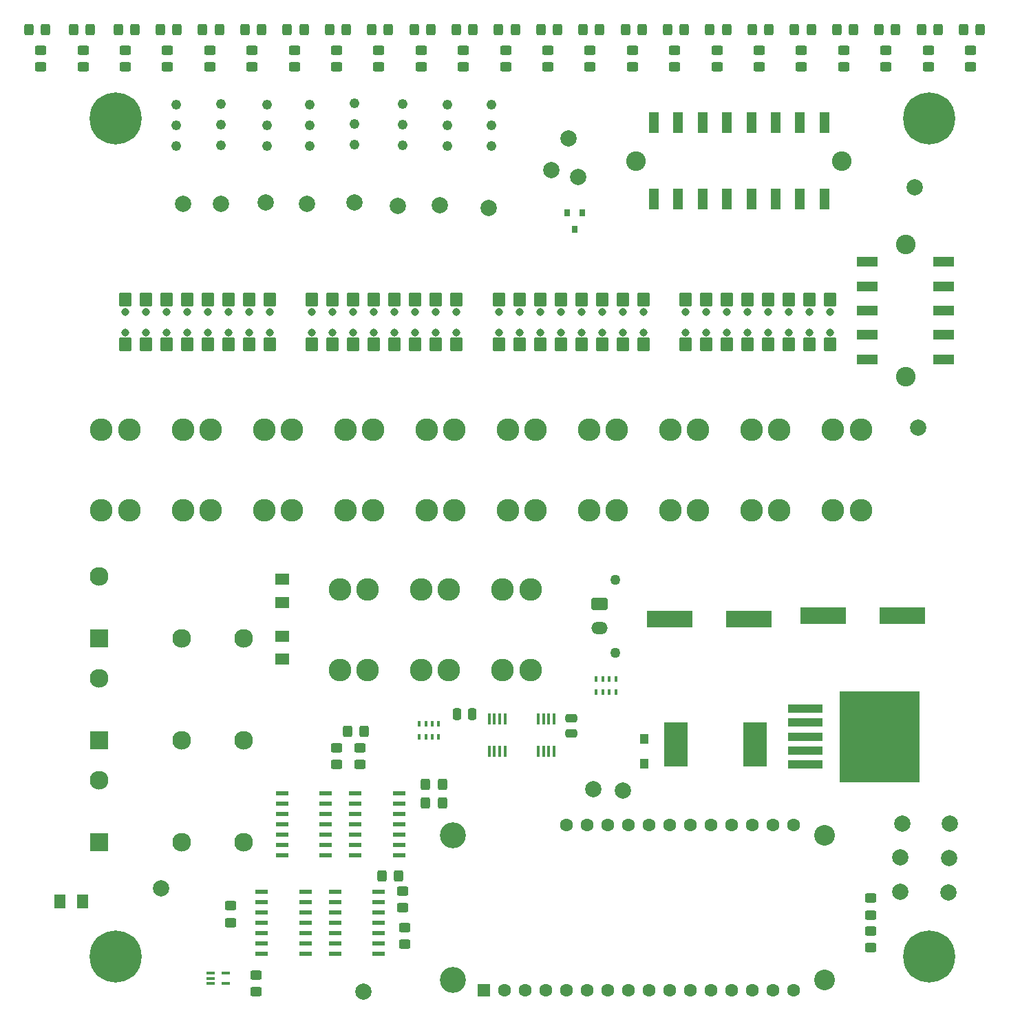
<source format=gts>
%TF.GenerationSoftware,KiCad,Pcbnew,8.0.2*%
%TF.CreationDate,2024-05-16T19:26:28+09:30*%
%TF.ProjectId,power_and_monotoring,706f7765-725f-4616-9e64-5f6d6f6e6f74,rev?*%
%TF.SameCoordinates,Original*%
%TF.FileFunction,Soldermask,Top*%
%TF.FilePolarity,Negative*%
%FSLAX46Y46*%
G04 Gerber Fmt 4.6, Leading zero omitted, Abs format (unit mm)*
G04 Created by KiCad (PCBNEW 8.0.2) date 2024-05-16 19:26:28*
%MOMM*%
%LPD*%
G01*
G04 APERTURE LIST*
G04 Aperture macros list*
%AMRoundRect*
0 Rectangle with rounded corners*
0 $1 Rounding radius*
0 $2 $3 $4 $5 $6 $7 $8 $9 X,Y pos of 4 corners*
0 Add a 4 corners polygon primitive as box body*
4,1,4,$2,$3,$4,$5,$6,$7,$8,$9,$2,$3,0*
0 Add four circle primitives for the rounded corners*
1,1,$1+$1,$2,$3*
1,1,$1+$1,$4,$5*
1,1,$1+$1,$6,$7*
1,1,$1+$1,$8,$9*
0 Add four rect primitives between the rounded corners*
20,1,$1+$1,$2,$3,$4,$5,0*
20,1,$1+$1,$4,$5,$6,$7,0*
20,1,$1+$1,$6,$7,$8,$9,0*
20,1,$1+$1,$8,$9,$2,$3,0*%
G04 Aperture macros list end*
%ADD10RoundRect,0.250000X0.450000X-0.325000X0.450000X0.325000X-0.450000X0.325000X-0.450000X-0.325000X0*%
%ADD11C,2.780000*%
%ADD12C,2.410000*%
%ADD13R,1.270000X2.540000*%
%ADD14R,0.450000X0.800000*%
%ADD15RoundRect,0.250000X-0.325000X-0.450000X0.325000X-0.450000X0.325000X0.450000X-0.325000X0.450000X0*%
%ADD16R,0.800000X0.900000*%
%ADD17RoundRect,0.249550X-0.450450X0.325450X-0.450450X-0.325450X0.450450X-0.325450X0.450450X0.325450X0*%
%ADD18RoundRect,0.250000X-0.450000X0.325000X-0.450000X-0.325000X0.450000X-0.325000X0.450000X0.325000X0*%
%ADD19R,1.340000X1.800000*%
%ADD20C,2.000000*%
%ADD21C,0.970000*%
%ADD22RoundRect,0.102000X-0.635000X-0.780000X0.635000X-0.780000X0.635000X0.780000X-0.635000X0.780000X0*%
%ADD23R,2.900000X5.400000*%
%ADD24C,1.240000*%
%ADD25R,1.550000X0.600000*%
%ADD26C,3.200000*%
%ADD27C,2.540000*%
%ADD28R,1.600000X1.600000*%
%ADD29C,1.600000*%
%ADD30C,0.800000*%
%ADD31C,6.400000*%
%ADD32R,2.300000X2.300000*%
%ADD33C,2.300000*%
%ADD34R,5.700000X2.000000*%
%ADD35R,4.320000X1.020000*%
%ADD36R,9.910000X11.180000*%
%ADD37R,2.540000X1.270000*%
%ADD38R,1.800000X1.340000*%
%ADD39R,1.120000X1.240000*%
%ADD40RoundRect,0.250000X-0.475000X0.250000X-0.475000X-0.250000X0.475000X-0.250000X0.475000X0.250000X0*%
%ADD41RoundRect,0.250000X0.325000X0.450000X-0.325000X0.450000X-0.325000X-0.450000X0.325000X-0.450000X0*%
%ADD42C,1.270000*%
%ADD43RoundRect,0.250001X-0.759999X0.499999X-0.759999X-0.499999X0.759999X-0.499999X0.759999X0.499999X0*%
%ADD44O,2.020000X1.500000*%
%ADD45RoundRect,0.250000X0.250000X0.475000X-0.250000X0.475000X-0.250000X-0.475000X0.250000X-0.475000X0*%
%ADD46R,1.050000X0.400000*%
%ADD47R,0.450000X1.350000*%
%ADD48RoundRect,0.249550X0.450450X-0.325450X0.450450X0.325450X-0.450450X0.325450X-0.450450X-0.325450X0*%
G04 APERTURE END LIST*
D10*
%TO.C,R15*%
X60657600Y-138817000D03*
X60657600Y-136767000D03*
%TD*%
D11*
%TO.C,F13*%
X102530800Y-193291200D03*
X105930800Y-193291200D03*
X102530800Y-183371200D03*
X105930800Y-183371200D03*
%TD*%
D12*
%TO.C,J7*%
X118312400Y-150368000D03*
X143612400Y-150368000D03*
D13*
X141462400Y-155068000D03*
X138462400Y-155068000D03*
X135462400Y-155068000D03*
X132462400Y-155068000D03*
X129462400Y-155068000D03*
X126462400Y-155068000D03*
X123462400Y-155068000D03*
X120462400Y-155068000D03*
X141462400Y-145668000D03*
X138462400Y-145668000D03*
X135462400Y-145668000D03*
X132462400Y-145668000D03*
X129462400Y-145668000D03*
X126462400Y-145668000D03*
X123462400Y-145668000D03*
X120462400Y-145668000D03*
%TD*%
D10*
%TO.C,R18*%
X76257600Y-138817000D03*
X76257600Y-136767000D03*
%TD*%
D14*
%TO.C,RN1*%
X94018000Y-219532400D03*
X93218000Y-219532400D03*
X92418000Y-219532400D03*
X91618000Y-219532400D03*
X91618000Y-221132400D03*
X92418000Y-221132400D03*
X93218000Y-221132400D03*
X94018000Y-221132400D03*
%TD*%
D15*
%TO.C,D22*%
X153377400Y-134248400D03*
X155427400Y-134248400D03*
%TD*%
D16*
%TO.C,Q1*%
X111709200Y-156768800D03*
X109809200Y-156768800D03*
X110759200Y-158768800D03*
%TD*%
D17*
%TO.C,C2*%
X71526400Y-250435000D03*
D18*
X71526400Y-252485000D03*
%TD*%
D19*
%TO.C,D26*%
X47381200Y-241401600D03*
X50241200Y-241401600D03*
%TD*%
D20*
%TO.C,POW_PRESSED1*%
X62585600Y-155651200D03*
%TD*%
D10*
%TO.C,R33*%
X138639200Y-138817000D03*
X138639200Y-136767000D03*
%TD*%
D21*
%TO.C,J5*%
X124415208Y-168887981D03*
X124415208Y-171427981D03*
X126955208Y-168887981D03*
X126955208Y-171427981D03*
X129495208Y-168887981D03*
X129495208Y-171427981D03*
X132035208Y-168887981D03*
X132035208Y-171427981D03*
X134575208Y-168887981D03*
X134575208Y-171427981D03*
X137115208Y-168887981D03*
X137115208Y-171427981D03*
X139655208Y-168887981D03*
X139655208Y-171427981D03*
X142195208Y-168887981D03*
X142195208Y-171427981D03*
D22*
X124415208Y-172937981D03*
X124415208Y-167377981D03*
X126955208Y-172937981D03*
X126955208Y-167377981D03*
X129495208Y-172937981D03*
X129495208Y-167377981D03*
X132035208Y-172937981D03*
X132035208Y-167377981D03*
X134575208Y-172937981D03*
X134575208Y-167377981D03*
X137115208Y-172937981D03*
X137115208Y-167377981D03*
X139655208Y-172937981D03*
X139655208Y-167377981D03*
X142195208Y-172937981D03*
X142195208Y-167377981D03*
%TD*%
D21*
%TO.C,J4*%
X101415208Y-168887981D03*
X101415208Y-171427981D03*
X103955208Y-168887981D03*
X103955208Y-171427981D03*
X106495208Y-168887981D03*
X106495208Y-171427981D03*
X109035208Y-168887981D03*
X109035208Y-171427981D03*
X111575208Y-168887981D03*
X111575208Y-171427981D03*
X114115208Y-168887981D03*
X114115208Y-171427981D03*
X116655208Y-168887981D03*
X116655208Y-171427981D03*
X119195208Y-168887981D03*
X119195208Y-171427981D03*
D22*
X101415208Y-172937981D03*
X101415208Y-167377981D03*
X103955208Y-172937981D03*
X103955208Y-167377981D03*
X106495208Y-172937981D03*
X106495208Y-167377981D03*
X109035208Y-172937981D03*
X109035208Y-167377981D03*
X111575208Y-172937981D03*
X111575208Y-167377981D03*
X114115208Y-172937981D03*
X114115208Y-167377981D03*
X116655208Y-172937981D03*
X116655208Y-167377981D03*
X119195208Y-172937981D03*
X119195208Y-167377981D03*
%TD*%
D15*
%TO.C,D14*%
X111777400Y-134248400D03*
X113827400Y-134248400D03*
%TD*%
D10*
%TO.C,R17*%
X71057600Y-138817000D03*
X71057600Y-136767000D03*
%TD*%
D23*
%TO.C,L1*%
X132892800Y-222097600D03*
X123192800Y-222097600D03*
%TD*%
D10*
%TO.C,R32*%
X133439200Y-138817000D03*
X133439200Y-136767000D03*
%TD*%
D15*
%TO.C,D5*%
X64977400Y-134248400D03*
X67027400Y-134248400D03*
%TD*%
%TO.C,R29*%
X87011400Y-238302800D03*
X89061400Y-238302800D03*
%TD*%
D11*
%TO.C,F16*%
X52530800Y-193291200D03*
X55930800Y-193291200D03*
X52530800Y-183371200D03*
X55930800Y-183371200D03*
%TD*%
D20*
%TO.C,BREAK_LOW1*%
X88950800Y-155905200D03*
%TD*%
D11*
%TO.C,F15*%
X101887600Y-212986000D03*
X105287600Y-212986000D03*
X101887600Y-203066000D03*
X105287600Y-203066000D03*
%TD*%
D24*
%TO.C,RL5*%
X83667600Y-148357690D03*
X83667600Y-145817690D03*
X83667600Y-143277690D03*
%TD*%
D20*
%TO.C,TEMP_3*%
X150774400Y-240233200D03*
%TD*%
D15*
%TO.C,D7*%
X75377400Y-134248400D03*
X77427400Y-134248400D03*
%TD*%
D10*
%TO.C,R25*%
X107439200Y-138817000D03*
X107439200Y-136767000D03*
%TD*%
%TO.C,R27*%
X117839200Y-138817000D03*
X117839200Y-136767000D03*
%TD*%
D15*
%TO.C,D1*%
X43577400Y-134248400D03*
X45627400Y-134248400D03*
%TD*%
D10*
%TO.C,R7*%
X68427600Y-244001400D03*
X68427600Y-241951400D03*
%TD*%
%TO.C,R28*%
X123039200Y-138817000D03*
X123039200Y-136767000D03*
%TD*%
D25*
%TO.C,U4*%
X83719200Y-228142800D03*
X83719200Y-229412800D03*
X83719200Y-230682800D03*
X83719200Y-231952800D03*
X83719200Y-233222800D03*
X83719200Y-234492800D03*
X83719200Y-235762800D03*
X89119200Y-235762800D03*
X89119200Y-234492800D03*
X89119200Y-233222800D03*
X89119200Y-231952800D03*
X89119200Y-230682800D03*
X89119200Y-229412800D03*
X89119200Y-228142800D03*
%TD*%
D11*
%TO.C,F10*%
X81887600Y-212986000D03*
X85287600Y-212986000D03*
X81887600Y-203066000D03*
X85287600Y-203066000D03*
%TD*%
D21*
%TO.C,J3*%
X78415208Y-168887981D03*
X78415208Y-171427981D03*
X80955208Y-168887981D03*
X80955208Y-171427981D03*
X83495208Y-168887981D03*
X83495208Y-171427981D03*
X86035208Y-168887981D03*
X86035208Y-171427981D03*
X88575208Y-168887981D03*
X88575208Y-171427981D03*
X91115208Y-168887981D03*
X91115208Y-171427981D03*
X93655208Y-168887981D03*
X93655208Y-171427981D03*
X96195208Y-168887981D03*
X96195208Y-171427981D03*
D22*
X78415208Y-172937981D03*
X78415208Y-167377981D03*
X80955208Y-172937981D03*
X80955208Y-167377981D03*
X83495208Y-172937981D03*
X83495208Y-167377981D03*
X86035208Y-172937981D03*
X86035208Y-167377981D03*
X88575208Y-172937981D03*
X88575208Y-167377981D03*
X91115208Y-172937981D03*
X91115208Y-167377981D03*
X93655208Y-172937981D03*
X93655208Y-167377981D03*
X96195208Y-172937981D03*
X96195208Y-167377981D03*
%TD*%
D15*
%TO.C,D19*%
X137777400Y-134248400D03*
X139827400Y-134248400D03*
%TD*%
%TO.C,D9*%
X85777400Y-134248400D03*
X87827400Y-134248400D03*
%TD*%
D26*
%TO.C,A1*%
X95758000Y-251053600D03*
D27*
X141478000Y-251053600D03*
D26*
X95758000Y-233273600D03*
D27*
X141478000Y-233273600D03*
D28*
X99568000Y-252323600D03*
D29*
X102108000Y-252323600D03*
X104648000Y-252323600D03*
X107188000Y-252323600D03*
X109728000Y-252323600D03*
X112268000Y-252323600D03*
X114808000Y-252323600D03*
X117348000Y-252323600D03*
X119888000Y-252323600D03*
X122428000Y-252323600D03*
X124968000Y-252323600D03*
X127508000Y-252323600D03*
X130048000Y-252323600D03*
X132588000Y-252323600D03*
X135128000Y-252323600D03*
X137668000Y-252323600D03*
X137668000Y-232003600D03*
X135128000Y-232003600D03*
X132588000Y-232003600D03*
X130048000Y-232003600D03*
X127508000Y-232003600D03*
X124968000Y-232003600D03*
X122428000Y-232003600D03*
X119888000Y-232003600D03*
X117348000Y-232003600D03*
X114808000Y-232003600D03*
X112268000Y-232003600D03*
X109728000Y-232003600D03*
%TD*%
D10*
%TO.C,R23*%
X97039200Y-138817000D03*
X97039200Y-136767000D03*
%TD*%
D20*
%TO.C,12V1*%
X116636800Y-227736400D03*
%TD*%
D14*
%TO.C,RN2*%
X115804800Y-214033200D03*
X115004800Y-214033200D03*
X114204800Y-214033200D03*
X113404800Y-214033200D03*
X113404800Y-215633200D03*
X114204800Y-215633200D03*
X115004800Y-215633200D03*
X115804800Y-215633200D03*
%TD*%
D10*
%TO.C,R38*%
X159439200Y-138817000D03*
X159439200Y-136767000D03*
%TD*%
%TO.C,R14*%
X55457600Y-138817000D03*
X55457600Y-136767000D03*
%TD*%
D20*
%TO.C,POW_HIGH1*%
X72694800Y-155448000D03*
%TD*%
%TO.C,3V3*%
X113030000Y-227634800D03*
%TD*%
D30*
%TO.C,H4*%
X51905208Y-248157981D03*
X52608152Y-246460925D03*
X52608152Y-249855037D03*
X54305208Y-245757981D03*
D31*
X54305208Y-248157981D03*
D30*
X54305208Y-250557981D03*
X56002264Y-246460925D03*
X56002264Y-249855037D03*
X56705208Y-248157981D03*
%TD*%
D10*
%TO.C,R34*%
X143839200Y-138817000D03*
X143839200Y-136767000D03*
%TD*%
D15*
%TO.C,D21*%
X148177400Y-134248400D03*
X150227400Y-134248400D03*
%TD*%
D11*
%TO.C,F11*%
X91887600Y-212986000D03*
X95287600Y-212986000D03*
X91887600Y-203066000D03*
X95287600Y-203066000D03*
%TD*%
D20*
%TO.C,PRES_2*%
X156819600Y-236067600D03*
%TD*%
D32*
%TO.C,K2*%
X52222400Y-221592000D03*
D33*
X62382400Y-221592000D03*
X70002400Y-221592000D03*
X52222400Y-213972000D03*
%TD*%
D18*
%TO.C,R30*%
X89611200Y-240122600D03*
X89611200Y-242172600D03*
%TD*%
D24*
%TO.C,RL4*%
X78181200Y-148539200D03*
X78181200Y-145999200D03*
X78181200Y-143459200D03*
%TD*%
D21*
%TO.C,J2*%
X55415208Y-168887981D03*
X55415208Y-171427981D03*
X57955208Y-168887981D03*
X57955208Y-171427981D03*
X60495208Y-168887981D03*
X60495208Y-171427981D03*
X63035208Y-168887981D03*
X63035208Y-171427981D03*
X65575208Y-168887981D03*
X65575208Y-171427981D03*
X68115208Y-168887981D03*
X68115208Y-171427981D03*
X70655208Y-168887981D03*
X70655208Y-171427981D03*
X73195208Y-168887981D03*
X73195208Y-171427981D03*
D22*
X55415208Y-172937981D03*
X55415208Y-167377981D03*
X57955208Y-172937981D03*
X57955208Y-167377981D03*
X60495208Y-172937981D03*
X60495208Y-167377981D03*
X63035208Y-172937981D03*
X63035208Y-167377981D03*
X65575208Y-172937981D03*
X65575208Y-167377981D03*
X68115208Y-172937981D03*
X68115208Y-167377981D03*
X70655208Y-172937981D03*
X70655208Y-167377981D03*
X73195208Y-172937981D03*
X73195208Y-167377981D03*
%TD*%
D25*
%TO.C,U7*%
X77638400Y-247853200D03*
X77638400Y-246583200D03*
X77638400Y-245313200D03*
X77638400Y-244043200D03*
X77638400Y-242773200D03*
X77638400Y-241503200D03*
X77638400Y-240233200D03*
X72238400Y-240233200D03*
X72238400Y-241503200D03*
X72238400Y-242773200D03*
X72238400Y-244043200D03*
X72238400Y-245313200D03*
X72238400Y-246583200D03*
X72238400Y-247853200D03*
%TD*%
D20*
%TO.C,BREAK_HIGH1*%
X83667600Y-155498800D03*
%TD*%
D30*
%TO.C,H3*%
X51905208Y-145157981D03*
X52608152Y-143460925D03*
X52608152Y-146855037D03*
X54305208Y-142757981D03*
D31*
X54305208Y-145157981D03*
D30*
X54305208Y-147557981D03*
X56002264Y-143460925D03*
X56002264Y-146855037D03*
X56705208Y-145157981D03*
%TD*%
D11*
%TO.C,F3*%
X92530800Y-193291200D03*
X95930800Y-193291200D03*
X92530800Y-183371200D03*
X95930800Y-183371200D03*
%TD*%
D10*
%TO.C,R31*%
X128239200Y-138817000D03*
X128239200Y-136767000D03*
%TD*%
D15*
%TO.C,D15*%
X116977400Y-134248400D03*
X119027400Y-134248400D03*
%TD*%
D11*
%TO.C,F4*%
X112530800Y-193291200D03*
X115930800Y-193291200D03*
X112530800Y-183371200D03*
X115930800Y-183371200D03*
%TD*%
D24*
%TO.C,RL8*%
X95046800Y-148488400D03*
X95046800Y-145948400D03*
X95046800Y-143408400D03*
%TD*%
D15*
%TO.C,D2*%
X49077400Y-134248400D03*
X51127400Y-134248400D03*
%TD*%
D10*
%TO.C,R37*%
X154239200Y-138817000D03*
X154239200Y-136767000D03*
%TD*%
D30*
%TO.C,H1*%
X151905208Y-145157981D03*
X152608152Y-143460925D03*
X152608152Y-146855037D03*
X154305208Y-142757981D03*
D31*
X154305208Y-145157981D03*
D30*
X154305208Y-147557981D03*
X156002264Y-143460925D03*
X156002264Y-146855037D03*
X156705208Y-145157981D03*
%TD*%
D34*
%TO.C,C8*%
X122430800Y-206705200D03*
X132130800Y-206705200D03*
%TD*%
D20*
%TO.C,TEMP_2*%
X150774400Y-235966000D03*
%TD*%
D35*
%TO.C,IC3*%
X139089400Y-217732400D03*
X139089400Y-219432400D03*
X139089400Y-221132400D03*
X139089400Y-222832400D03*
X139089400Y-224532400D03*
D36*
X148234400Y-221132400D03*
%TD*%
D20*
%TO.C,GLV_IN1*%
X107899200Y-151485600D03*
%TD*%
D10*
%TO.C,R39*%
X86639200Y-138817000D03*
X86639200Y-136767000D03*
%TD*%
D18*
%TO.C,R45*%
X147116800Y-245008400D03*
X147116800Y-247058400D03*
%TD*%
D10*
%TO.C,R36*%
X149039200Y-138817000D03*
X149039200Y-136767000D03*
%TD*%
D15*
%TO.C,D20*%
X142977400Y-134248400D03*
X145027400Y-134248400D03*
%TD*%
D12*
%TO.C,J6*%
X151434800Y-160612450D03*
X151434800Y-176912450D03*
D37*
X146734800Y-174762450D03*
X146734800Y-171762450D03*
X146734800Y-168762450D03*
X146734800Y-165762450D03*
X146734800Y-162762450D03*
X156134800Y-174762450D03*
X156134800Y-171762450D03*
X156134800Y-168762450D03*
X156134800Y-165762450D03*
X156134800Y-162762450D03*
%TD*%
D18*
%TO.C,R19*%
X84328000Y-222495000D03*
X84328000Y-224545000D03*
%TD*%
D38*
%TO.C,D25*%
X74777600Y-208780400D03*
X74777600Y-211640400D03*
%TD*%
D20*
%TO.C,GND1*%
X152603200Y-153619200D03*
%TD*%
%TO.C,POW_LOW1*%
X77825600Y-155651200D03*
%TD*%
D15*
%TO.C,D17*%
X127377400Y-134248400D03*
X129427400Y-134248400D03*
%TD*%
%TO.C,D6*%
X70177400Y-134248400D03*
X72227400Y-134248400D03*
%TD*%
%TO.C,D12*%
X101377400Y-134248400D03*
X103427400Y-134248400D03*
%TD*%
D10*
%TO.C,R5*%
X81439200Y-138817000D03*
X81439200Y-136767000D03*
%TD*%
D15*
%TO.C,D18*%
X132577400Y-134248400D03*
X134627400Y-134248400D03*
%TD*%
%TO.C,D16*%
X122177400Y-134248400D03*
X124227400Y-134248400D03*
%TD*%
D11*
%TO.C,F1*%
X72530800Y-193291200D03*
X75930800Y-193291200D03*
X72530800Y-183371200D03*
X75930800Y-183371200D03*
%TD*%
D15*
%TO.C,D3*%
X54577400Y-134248400D03*
X56627400Y-134248400D03*
%TD*%
%TO.C,D13*%
X106577400Y-134248400D03*
X108627400Y-134248400D03*
%TD*%
D39*
%TO.C,D27*%
X119278400Y-224447800D03*
X119278400Y-221447800D03*
%TD*%
D15*
%TO.C,D11*%
X96177400Y-134248400D03*
X98227400Y-134248400D03*
%TD*%
D20*
%TO.C,24V2*%
X109982000Y-147574000D03*
%TD*%
D10*
%TO.C,R24*%
X102239200Y-138817000D03*
X102239200Y-136767000D03*
%TD*%
D40*
%TO.C,C11*%
X110286800Y-218861600D03*
X110286800Y-220761600D03*
%TD*%
D10*
%TO.C,R16*%
X65857600Y-138817000D03*
X65857600Y-136767000D03*
%TD*%
D18*
%TO.C,R44*%
X147116800Y-241008400D03*
X147116800Y-243058400D03*
%TD*%
D24*
%TO.C,RL6*%
X89560400Y-148437600D03*
X89560400Y-145897600D03*
X89560400Y-143357600D03*
%TD*%
D25*
%TO.C,U3*%
X74719200Y-228142800D03*
X74719200Y-229412800D03*
X74719200Y-230682800D03*
X74719200Y-231952800D03*
X74719200Y-233222800D03*
X74719200Y-234492800D03*
X74719200Y-235762800D03*
X80119200Y-235762800D03*
X80119200Y-234492800D03*
X80119200Y-233222800D03*
X80119200Y-231952800D03*
X80119200Y-230682800D03*
X80119200Y-229412800D03*
X80119200Y-228142800D03*
%TD*%
D41*
%TO.C,R3*%
X84845000Y-220522800D03*
X82795000Y-220522800D03*
%TD*%
D24*
%TO.C,RL2*%
X67259200Y-148437600D03*
X67259200Y-145897600D03*
X67259200Y-143357600D03*
%TD*%
D10*
%TO.C,R21*%
X45057600Y-138817000D03*
X45057600Y-136767000D03*
%TD*%
D15*
%TO.C,D8*%
X80577400Y-134248400D03*
X82627400Y-134248400D03*
%TD*%
D30*
%TO.C,H2*%
X151905208Y-248157981D03*
X152608152Y-246460925D03*
X152608152Y-249855037D03*
X154305208Y-245757981D03*
D31*
X154305208Y-248157981D03*
D30*
X154305208Y-250557981D03*
X156002264Y-246460925D03*
X156002264Y-249855037D03*
X156705208Y-248157981D03*
%TD*%
D20*
%TO.C,BREAK_PRESSED1*%
X67208400Y-155600400D03*
%TD*%
D15*
%TO.C,D23*%
X158577400Y-134248400D03*
X160627400Y-134248400D03*
%TD*%
D20*
%TO.C,PRES_1*%
X156870400Y-231800400D03*
%TD*%
D42*
%TO.C,J1*%
X115752000Y-201822800D03*
X115752000Y-210822800D03*
D43*
X113792000Y-204822800D03*
D44*
X113792000Y-207822800D03*
%TD*%
D15*
%TO.C,D10*%
X90977400Y-134248400D03*
X93027400Y-134248400D03*
%TD*%
D38*
%TO.C,D24*%
X74726800Y-201770000D03*
X74726800Y-204630000D03*
%TD*%
D10*
%TO.C,R22*%
X91839200Y-138817000D03*
X91839200Y-136767000D03*
%TD*%
D20*
%TO.C,TEMP_1*%
X151028400Y-231800400D03*
%TD*%
%TO.C,POW_SIG_AMP1*%
X59842400Y-239776000D03*
%TD*%
D45*
%TO.C,C10*%
X98130400Y-218389200D03*
X96230400Y-218389200D03*
%TD*%
D24*
%TO.C,RL3*%
X72898000Y-148539200D03*
X72898000Y-145999200D03*
X72898000Y-143459200D03*
%TD*%
D46*
%TO.C,U1*%
X65953600Y-250200400D03*
X65953600Y-250850400D03*
X65953600Y-251500400D03*
X67853600Y-251500400D03*
X67853600Y-250200400D03*
%TD*%
D11*
%TO.C,F9*%
X132530800Y-193291200D03*
X135930800Y-193291200D03*
X132530800Y-183371200D03*
X135930800Y-183371200D03*
%TD*%
D47*
%TO.C,IC2*%
X106263800Y-222955000D03*
X106913800Y-222955000D03*
X107563800Y-222955000D03*
X108213800Y-222955000D03*
X108213800Y-219005000D03*
X107563800Y-219005000D03*
X106913800Y-219005000D03*
X106263800Y-219005000D03*
%TD*%
D24*
%TO.C,RL7*%
X100482400Y-148539200D03*
X100482400Y-145999200D03*
X100482400Y-143459200D03*
%TD*%
D48*
%TO.C,C7*%
X81432400Y-224545000D03*
D10*
X81432400Y-222495000D03*
%TD*%
%TO.C,R26*%
X112639200Y-138817000D03*
X112639200Y-136767000D03*
%TD*%
%TO.C,R13*%
X50257600Y-138817000D03*
X50257600Y-136767000D03*
%TD*%
D11*
%TO.C,F2*%
X82530800Y-193291200D03*
X85930800Y-193291200D03*
X82530800Y-183371200D03*
X85930800Y-183371200D03*
%TD*%
D20*
%TO.C,RC_TRIG1*%
X100126800Y-156108400D03*
%TD*%
D17*
%TO.C,C3*%
X89865200Y-244643800D03*
D18*
X89865200Y-246693800D03*
%TD*%
D32*
%TO.C,K3*%
X52222400Y-234142000D03*
D33*
X62382400Y-234142000D03*
X70002400Y-234142000D03*
X52222400Y-226522000D03*
%TD*%
D20*
%TO.C,5V1*%
X152958800Y-183134000D03*
%TD*%
D15*
%TO.C,R50*%
X92396200Y-227025200D03*
X94446200Y-227025200D03*
%TD*%
D11*
%TO.C,F8*%
X122530800Y-193291200D03*
X125930800Y-193291200D03*
X122530800Y-183371200D03*
X125930800Y-183371200D03*
%TD*%
%TO.C,F14*%
X142530800Y-193291200D03*
X145930800Y-193291200D03*
X142530800Y-183371200D03*
X145930800Y-183371200D03*
%TD*%
D20*
%TO.C,PRES_3*%
X156718000Y-240334800D03*
%TD*%
%TO.C,BRAKE_SIG1*%
X111150400Y-152298400D03*
%TD*%
D25*
%TO.C,U2*%
X86638400Y-247853200D03*
X86638400Y-246583200D03*
X86638400Y-245313200D03*
X86638400Y-244043200D03*
X86638400Y-242773200D03*
X86638400Y-241503200D03*
X86638400Y-240233200D03*
X81238400Y-240233200D03*
X81238400Y-241503200D03*
X81238400Y-242773200D03*
X81238400Y-244043200D03*
X81238400Y-245313200D03*
X81238400Y-246583200D03*
X81238400Y-247853200D03*
%TD*%
D32*
%TO.C,K1*%
X52222400Y-209042000D03*
D33*
X62382400Y-209042000D03*
X70002400Y-209042000D03*
X52222400Y-201422000D03*
%TD*%
D47*
%TO.C,IC1*%
X100218600Y-222955000D03*
X100868600Y-222955000D03*
X101518600Y-222955000D03*
X102168600Y-222955000D03*
X102168600Y-219005000D03*
X101518600Y-219005000D03*
X100868600Y-219005000D03*
X100218600Y-219005000D03*
%TD*%
D11*
%TO.C,F5*%
X62530800Y-193291200D03*
X65930800Y-193291200D03*
X62530800Y-183371200D03*
X65930800Y-183371200D03*
%TD*%
D15*
%TO.C,D4*%
X59777400Y-134248400D03*
X61827400Y-134248400D03*
%TD*%
%TO.C,R51*%
X92405200Y-229260400D03*
X94455200Y-229260400D03*
%TD*%
D24*
%TO.C,RL1*%
X61722000Y-148488400D03*
X61722000Y-145948400D03*
X61722000Y-143408400D03*
%TD*%
D20*
%TO.C,BREAK_SIG1*%
X94183200Y-155803600D03*
%TD*%
D34*
%TO.C,C6*%
X141343600Y-206248000D03*
X151043600Y-206248000D03*
%TD*%
D20*
%TO.C,BRAKE_SIG_AMP1*%
X84785200Y-252476000D03*
%TD*%
M02*

</source>
